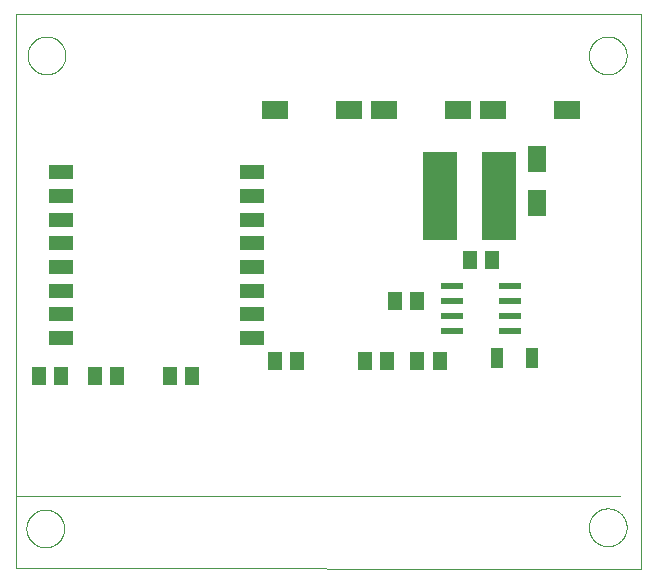
<source format=gtp>
G75*
%MOIN*%
%OFA0B0*%
%FSLAX25Y25*%
%IPPOS*%
%LPD*%
%AMOC8*
5,1,8,0,0,1.08239X$1,22.5*
%
%ADD10C,0.00000*%
%ADD11R,0.05118X0.05906*%
%ADD12R,0.04400X0.07100*%
%ADD13R,0.09055X0.06299*%
%ADD14R,0.06400X0.08600*%
%ADD15R,0.07874X0.04724*%
%ADD16R,0.11800X0.29500*%
%ADD17R,0.07800X0.02200*%
D10*
X0032477Y0001394D02*
X0241020Y0001000D01*
X0241020Y0186079D01*
X0032477Y0186079D01*
X0032477Y0001394D01*
X0036060Y0014543D02*
X0036062Y0014701D01*
X0036068Y0014859D01*
X0036078Y0015017D01*
X0036092Y0015175D01*
X0036110Y0015332D01*
X0036131Y0015489D01*
X0036157Y0015645D01*
X0036187Y0015801D01*
X0036220Y0015956D01*
X0036258Y0016109D01*
X0036299Y0016262D01*
X0036344Y0016414D01*
X0036393Y0016565D01*
X0036446Y0016714D01*
X0036502Y0016862D01*
X0036562Y0017008D01*
X0036626Y0017153D01*
X0036694Y0017296D01*
X0036765Y0017438D01*
X0036839Y0017578D01*
X0036917Y0017715D01*
X0036999Y0017851D01*
X0037083Y0017985D01*
X0037172Y0018116D01*
X0037263Y0018245D01*
X0037358Y0018372D01*
X0037455Y0018497D01*
X0037556Y0018619D01*
X0037660Y0018738D01*
X0037767Y0018855D01*
X0037877Y0018969D01*
X0037990Y0019080D01*
X0038105Y0019189D01*
X0038223Y0019294D01*
X0038344Y0019396D01*
X0038467Y0019496D01*
X0038593Y0019592D01*
X0038721Y0019685D01*
X0038851Y0019775D01*
X0038984Y0019861D01*
X0039119Y0019945D01*
X0039255Y0020024D01*
X0039394Y0020101D01*
X0039535Y0020173D01*
X0039677Y0020243D01*
X0039821Y0020308D01*
X0039967Y0020370D01*
X0040114Y0020428D01*
X0040263Y0020483D01*
X0040413Y0020534D01*
X0040564Y0020581D01*
X0040716Y0020624D01*
X0040869Y0020663D01*
X0041024Y0020699D01*
X0041179Y0020730D01*
X0041335Y0020758D01*
X0041491Y0020782D01*
X0041648Y0020802D01*
X0041806Y0020818D01*
X0041963Y0020830D01*
X0042122Y0020838D01*
X0042280Y0020842D01*
X0042438Y0020842D01*
X0042596Y0020838D01*
X0042755Y0020830D01*
X0042912Y0020818D01*
X0043070Y0020802D01*
X0043227Y0020782D01*
X0043383Y0020758D01*
X0043539Y0020730D01*
X0043694Y0020699D01*
X0043849Y0020663D01*
X0044002Y0020624D01*
X0044154Y0020581D01*
X0044305Y0020534D01*
X0044455Y0020483D01*
X0044604Y0020428D01*
X0044751Y0020370D01*
X0044897Y0020308D01*
X0045041Y0020243D01*
X0045183Y0020173D01*
X0045324Y0020101D01*
X0045463Y0020024D01*
X0045599Y0019945D01*
X0045734Y0019861D01*
X0045867Y0019775D01*
X0045997Y0019685D01*
X0046125Y0019592D01*
X0046251Y0019496D01*
X0046374Y0019396D01*
X0046495Y0019294D01*
X0046613Y0019189D01*
X0046728Y0019080D01*
X0046841Y0018969D01*
X0046951Y0018855D01*
X0047058Y0018738D01*
X0047162Y0018619D01*
X0047263Y0018497D01*
X0047360Y0018372D01*
X0047455Y0018245D01*
X0047546Y0018116D01*
X0047635Y0017985D01*
X0047719Y0017851D01*
X0047801Y0017715D01*
X0047879Y0017578D01*
X0047953Y0017438D01*
X0048024Y0017296D01*
X0048092Y0017153D01*
X0048156Y0017008D01*
X0048216Y0016862D01*
X0048272Y0016714D01*
X0048325Y0016565D01*
X0048374Y0016414D01*
X0048419Y0016262D01*
X0048460Y0016109D01*
X0048498Y0015956D01*
X0048531Y0015801D01*
X0048561Y0015645D01*
X0048587Y0015489D01*
X0048608Y0015332D01*
X0048626Y0015175D01*
X0048640Y0015017D01*
X0048650Y0014859D01*
X0048656Y0014701D01*
X0048658Y0014543D01*
X0048656Y0014385D01*
X0048650Y0014227D01*
X0048640Y0014069D01*
X0048626Y0013911D01*
X0048608Y0013754D01*
X0048587Y0013597D01*
X0048561Y0013441D01*
X0048531Y0013285D01*
X0048498Y0013130D01*
X0048460Y0012977D01*
X0048419Y0012824D01*
X0048374Y0012672D01*
X0048325Y0012521D01*
X0048272Y0012372D01*
X0048216Y0012224D01*
X0048156Y0012078D01*
X0048092Y0011933D01*
X0048024Y0011790D01*
X0047953Y0011648D01*
X0047879Y0011508D01*
X0047801Y0011371D01*
X0047719Y0011235D01*
X0047635Y0011101D01*
X0047546Y0010970D01*
X0047455Y0010841D01*
X0047360Y0010714D01*
X0047263Y0010589D01*
X0047162Y0010467D01*
X0047058Y0010348D01*
X0046951Y0010231D01*
X0046841Y0010117D01*
X0046728Y0010006D01*
X0046613Y0009897D01*
X0046495Y0009792D01*
X0046374Y0009690D01*
X0046251Y0009590D01*
X0046125Y0009494D01*
X0045997Y0009401D01*
X0045867Y0009311D01*
X0045734Y0009225D01*
X0045599Y0009141D01*
X0045463Y0009062D01*
X0045324Y0008985D01*
X0045183Y0008913D01*
X0045041Y0008843D01*
X0044897Y0008778D01*
X0044751Y0008716D01*
X0044604Y0008658D01*
X0044455Y0008603D01*
X0044305Y0008552D01*
X0044154Y0008505D01*
X0044002Y0008462D01*
X0043849Y0008423D01*
X0043694Y0008387D01*
X0043539Y0008356D01*
X0043383Y0008328D01*
X0043227Y0008304D01*
X0043070Y0008284D01*
X0042912Y0008268D01*
X0042755Y0008256D01*
X0042596Y0008248D01*
X0042438Y0008244D01*
X0042280Y0008244D01*
X0042122Y0008248D01*
X0041963Y0008256D01*
X0041806Y0008268D01*
X0041648Y0008284D01*
X0041491Y0008304D01*
X0041335Y0008328D01*
X0041179Y0008356D01*
X0041024Y0008387D01*
X0040869Y0008423D01*
X0040716Y0008462D01*
X0040564Y0008505D01*
X0040413Y0008552D01*
X0040263Y0008603D01*
X0040114Y0008658D01*
X0039967Y0008716D01*
X0039821Y0008778D01*
X0039677Y0008843D01*
X0039535Y0008913D01*
X0039394Y0008985D01*
X0039255Y0009062D01*
X0039119Y0009141D01*
X0038984Y0009225D01*
X0038851Y0009311D01*
X0038721Y0009401D01*
X0038593Y0009494D01*
X0038467Y0009590D01*
X0038344Y0009690D01*
X0038223Y0009792D01*
X0038105Y0009897D01*
X0037990Y0010006D01*
X0037877Y0010117D01*
X0037767Y0010231D01*
X0037660Y0010348D01*
X0037556Y0010467D01*
X0037455Y0010589D01*
X0037358Y0010714D01*
X0037263Y0010841D01*
X0037172Y0010970D01*
X0037083Y0011101D01*
X0036999Y0011235D01*
X0036917Y0011371D01*
X0036839Y0011508D01*
X0036765Y0011648D01*
X0036694Y0011790D01*
X0036626Y0011933D01*
X0036562Y0012078D01*
X0036502Y0012224D01*
X0036446Y0012372D01*
X0036393Y0012521D01*
X0036344Y0012672D01*
X0036299Y0012824D01*
X0036258Y0012977D01*
X0036220Y0013130D01*
X0036187Y0013285D01*
X0036157Y0013441D01*
X0036131Y0013597D01*
X0036110Y0013754D01*
X0036092Y0013911D01*
X0036078Y0014069D01*
X0036068Y0014227D01*
X0036062Y0014385D01*
X0036060Y0014543D01*
X0032595Y0025242D02*
X0233796Y0025242D01*
X0223540Y0014937D02*
X0223542Y0015095D01*
X0223548Y0015253D01*
X0223558Y0015411D01*
X0223572Y0015569D01*
X0223590Y0015726D01*
X0223611Y0015883D01*
X0223637Y0016039D01*
X0223667Y0016195D01*
X0223700Y0016350D01*
X0223738Y0016503D01*
X0223779Y0016656D01*
X0223824Y0016808D01*
X0223873Y0016959D01*
X0223926Y0017108D01*
X0223982Y0017256D01*
X0224042Y0017402D01*
X0224106Y0017547D01*
X0224174Y0017690D01*
X0224245Y0017832D01*
X0224319Y0017972D01*
X0224397Y0018109D01*
X0224479Y0018245D01*
X0224563Y0018379D01*
X0224652Y0018510D01*
X0224743Y0018639D01*
X0224838Y0018766D01*
X0224935Y0018891D01*
X0225036Y0019013D01*
X0225140Y0019132D01*
X0225247Y0019249D01*
X0225357Y0019363D01*
X0225470Y0019474D01*
X0225585Y0019583D01*
X0225703Y0019688D01*
X0225824Y0019790D01*
X0225947Y0019890D01*
X0226073Y0019986D01*
X0226201Y0020079D01*
X0226331Y0020169D01*
X0226464Y0020255D01*
X0226599Y0020339D01*
X0226735Y0020418D01*
X0226874Y0020495D01*
X0227015Y0020567D01*
X0227157Y0020637D01*
X0227301Y0020702D01*
X0227447Y0020764D01*
X0227594Y0020822D01*
X0227743Y0020877D01*
X0227893Y0020928D01*
X0228044Y0020975D01*
X0228196Y0021018D01*
X0228349Y0021057D01*
X0228504Y0021093D01*
X0228659Y0021124D01*
X0228815Y0021152D01*
X0228971Y0021176D01*
X0229128Y0021196D01*
X0229286Y0021212D01*
X0229443Y0021224D01*
X0229602Y0021232D01*
X0229760Y0021236D01*
X0229918Y0021236D01*
X0230076Y0021232D01*
X0230235Y0021224D01*
X0230392Y0021212D01*
X0230550Y0021196D01*
X0230707Y0021176D01*
X0230863Y0021152D01*
X0231019Y0021124D01*
X0231174Y0021093D01*
X0231329Y0021057D01*
X0231482Y0021018D01*
X0231634Y0020975D01*
X0231785Y0020928D01*
X0231935Y0020877D01*
X0232084Y0020822D01*
X0232231Y0020764D01*
X0232377Y0020702D01*
X0232521Y0020637D01*
X0232663Y0020567D01*
X0232804Y0020495D01*
X0232943Y0020418D01*
X0233079Y0020339D01*
X0233214Y0020255D01*
X0233347Y0020169D01*
X0233477Y0020079D01*
X0233605Y0019986D01*
X0233731Y0019890D01*
X0233854Y0019790D01*
X0233975Y0019688D01*
X0234093Y0019583D01*
X0234208Y0019474D01*
X0234321Y0019363D01*
X0234431Y0019249D01*
X0234538Y0019132D01*
X0234642Y0019013D01*
X0234743Y0018891D01*
X0234840Y0018766D01*
X0234935Y0018639D01*
X0235026Y0018510D01*
X0235115Y0018379D01*
X0235199Y0018245D01*
X0235281Y0018109D01*
X0235359Y0017972D01*
X0235433Y0017832D01*
X0235504Y0017690D01*
X0235572Y0017547D01*
X0235636Y0017402D01*
X0235696Y0017256D01*
X0235752Y0017108D01*
X0235805Y0016959D01*
X0235854Y0016808D01*
X0235899Y0016656D01*
X0235940Y0016503D01*
X0235978Y0016350D01*
X0236011Y0016195D01*
X0236041Y0016039D01*
X0236067Y0015883D01*
X0236088Y0015726D01*
X0236106Y0015569D01*
X0236120Y0015411D01*
X0236130Y0015253D01*
X0236136Y0015095D01*
X0236138Y0014937D01*
X0236136Y0014779D01*
X0236130Y0014621D01*
X0236120Y0014463D01*
X0236106Y0014305D01*
X0236088Y0014148D01*
X0236067Y0013991D01*
X0236041Y0013835D01*
X0236011Y0013679D01*
X0235978Y0013524D01*
X0235940Y0013371D01*
X0235899Y0013218D01*
X0235854Y0013066D01*
X0235805Y0012915D01*
X0235752Y0012766D01*
X0235696Y0012618D01*
X0235636Y0012472D01*
X0235572Y0012327D01*
X0235504Y0012184D01*
X0235433Y0012042D01*
X0235359Y0011902D01*
X0235281Y0011765D01*
X0235199Y0011629D01*
X0235115Y0011495D01*
X0235026Y0011364D01*
X0234935Y0011235D01*
X0234840Y0011108D01*
X0234743Y0010983D01*
X0234642Y0010861D01*
X0234538Y0010742D01*
X0234431Y0010625D01*
X0234321Y0010511D01*
X0234208Y0010400D01*
X0234093Y0010291D01*
X0233975Y0010186D01*
X0233854Y0010084D01*
X0233731Y0009984D01*
X0233605Y0009888D01*
X0233477Y0009795D01*
X0233347Y0009705D01*
X0233214Y0009619D01*
X0233079Y0009535D01*
X0232943Y0009456D01*
X0232804Y0009379D01*
X0232663Y0009307D01*
X0232521Y0009237D01*
X0232377Y0009172D01*
X0232231Y0009110D01*
X0232084Y0009052D01*
X0231935Y0008997D01*
X0231785Y0008946D01*
X0231634Y0008899D01*
X0231482Y0008856D01*
X0231329Y0008817D01*
X0231174Y0008781D01*
X0231019Y0008750D01*
X0230863Y0008722D01*
X0230707Y0008698D01*
X0230550Y0008678D01*
X0230392Y0008662D01*
X0230235Y0008650D01*
X0230076Y0008642D01*
X0229918Y0008638D01*
X0229760Y0008638D01*
X0229602Y0008642D01*
X0229443Y0008650D01*
X0229286Y0008662D01*
X0229128Y0008678D01*
X0228971Y0008698D01*
X0228815Y0008722D01*
X0228659Y0008750D01*
X0228504Y0008781D01*
X0228349Y0008817D01*
X0228196Y0008856D01*
X0228044Y0008899D01*
X0227893Y0008946D01*
X0227743Y0008997D01*
X0227594Y0009052D01*
X0227447Y0009110D01*
X0227301Y0009172D01*
X0227157Y0009237D01*
X0227015Y0009307D01*
X0226874Y0009379D01*
X0226735Y0009456D01*
X0226599Y0009535D01*
X0226464Y0009619D01*
X0226331Y0009705D01*
X0226201Y0009795D01*
X0226073Y0009888D01*
X0225947Y0009984D01*
X0225824Y0010084D01*
X0225703Y0010186D01*
X0225585Y0010291D01*
X0225470Y0010400D01*
X0225357Y0010511D01*
X0225247Y0010625D01*
X0225140Y0010742D01*
X0225036Y0010861D01*
X0224935Y0010983D01*
X0224838Y0011108D01*
X0224743Y0011235D01*
X0224652Y0011364D01*
X0224563Y0011495D01*
X0224479Y0011629D01*
X0224397Y0011765D01*
X0224319Y0011902D01*
X0224245Y0012042D01*
X0224174Y0012184D01*
X0224106Y0012327D01*
X0224042Y0012472D01*
X0223982Y0012618D01*
X0223926Y0012766D01*
X0223873Y0012915D01*
X0223824Y0013066D01*
X0223779Y0013218D01*
X0223738Y0013371D01*
X0223700Y0013524D01*
X0223667Y0013679D01*
X0223637Y0013835D01*
X0223611Y0013991D01*
X0223590Y0014148D01*
X0223572Y0014305D01*
X0223558Y0014463D01*
X0223548Y0014621D01*
X0223542Y0014779D01*
X0223540Y0014937D01*
X0223540Y0172220D02*
X0223542Y0172378D01*
X0223548Y0172536D01*
X0223558Y0172694D01*
X0223572Y0172852D01*
X0223590Y0173009D01*
X0223611Y0173166D01*
X0223637Y0173322D01*
X0223667Y0173478D01*
X0223700Y0173633D01*
X0223738Y0173786D01*
X0223779Y0173939D01*
X0223824Y0174091D01*
X0223873Y0174242D01*
X0223926Y0174391D01*
X0223982Y0174539D01*
X0224042Y0174685D01*
X0224106Y0174830D01*
X0224174Y0174973D01*
X0224245Y0175115D01*
X0224319Y0175255D01*
X0224397Y0175392D01*
X0224479Y0175528D01*
X0224563Y0175662D01*
X0224652Y0175793D01*
X0224743Y0175922D01*
X0224838Y0176049D01*
X0224935Y0176174D01*
X0225036Y0176296D01*
X0225140Y0176415D01*
X0225247Y0176532D01*
X0225357Y0176646D01*
X0225470Y0176757D01*
X0225585Y0176866D01*
X0225703Y0176971D01*
X0225824Y0177073D01*
X0225947Y0177173D01*
X0226073Y0177269D01*
X0226201Y0177362D01*
X0226331Y0177452D01*
X0226464Y0177538D01*
X0226599Y0177622D01*
X0226735Y0177701D01*
X0226874Y0177778D01*
X0227015Y0177850D01*
X0227157Y0177920D01*
X0227301Y0177985D01*
X0227447Y0178047D01*
X0227594Y0178105D01*
X0227743Y0178160D01*
X0227893Y0178211D01*
X0228044Y0178258D01*
X0228196Y0178301D01*
X0228349Y0178340D01*
X0228504Y0178376D01*
X0228659Y0178407D01*
X0228815Y0178435D01*
X0228971Y0178459D01*
X0229128Y0178479D01*
X0229286Y0178495D01*
X0229443Y0178507D01*
X0229602Y0178515D01*
X0229760Y0178519D01*
X0229918Y0178519D01*
X0230076Y0178515D01*
X0230235Y0178507D01*
X0230392Y0178495D01*
X0230550Y0178479D01*
X0230707Y0178459D01*
X0230863Y0178435D01*
X0231019Y0178407D01*
X0231174Y0178376D01*
X0231329Y0178340D01*
X0231482Y0178301D01*
X0231634Y0178258D01*
X0231785Y0178211D01*
X0231935Y0178160D01*
X0232084Y0178105D01*
X0232231Y0178047D01*
X0232377Y0177985D01*
X0232521Y0177920D01*
X0232663Y0177850D01*
X0232804Y0177778D01*
X0232943Y0177701D01*
X0233079Y0177622D01*
X0233214Y0177538D01*
X0233347Y0177452D01*
X0233477Y0177362D01*
X0233605Y0177269D01*
X0233731Y0177173D01*
X0233854Y0177073D01*
X0233975Y0176971D01*
X0234093Y0176866D01*
X0234208Y0176757D01*
X0234321Y0176646D01*
X0234431Y0176532D01*
X0234538Y0176415D01*
X0234642Y0176296D01*
X0234743Y0176174D01*
X0234840Y0176049D01*
X0234935Y0175922D01*
X0235026Y0175793D01*
X0235115Y0175662D01*
X0235199Y0175528D01*
X0235281Y0175392D01*
X0235359Y0175255D01*
X0235433Y0175115D01*
X0235504Y0174973D01*
X0235572Y0174830D01*
X0235636Y0174685D01*
X0235696Y0174539D01*
X0235752Y0174391D01*
X0235805Y0174242D01*
X0235854Y0174091D01*
X0235899Y0173939D01*
X0235940Y0173786D01*
X0235978Y0173633D01*
X0236011Y0173478D01*
X0236041Y0173322D01*
X0236067Y0173166D01*
X0236088Y0173009D01*
X0236106Y0172852D01*
X0236120Y0172694D01*
X0236130Y0172536D01*
X0236136Y0172378D01*
X0236138Y0172220D01*
X0236136Y0172062D01*
X0236130Y0171904D01*
X0236120Y0171746D01*
X0236106Y0171588D01*
X0236088Y0171431D01*
X0236067Y0171274D01*
X0236041Y0171118D01*
X0236011Y0170962D01*
X0235978Y0170807D01*
X0235940Y0170654D01*
X0235899Y0170501D01*
X0235854Y0170349D01*
X0235805Y0170198D01*
X0235752Y0170049D01*
X0235696Y0169901D01*
X0235636Y0169755D01*
X0235572Y0169610D01*
X0235504Y0169467D01*
X0235433Y0169325D01*
X0235359Y0169185D01*
X0235281Y0169048D01*
X0235199Y0168912D01*
X0235115Y0168778D01*
X0235026Y0168647D01*
X0234935Y0168518D01*
X0234840Y0168391D01*
X0234743Y0168266D01*
X0234642Y0168144D01*
X0234538Y0168025D01*
X0234431Y0167908D01*
X0234321Y0167794D01*
X0234208Y0167683D01*
X0234093Y0167574D01*
X0233975Y0167469D01*
X0233854Y0167367D01*
X0233731Y0167267D01*
X0233605Y0167171D01*
X0233477Y0167078D01*
X0233347Y0166988D01*
X0233214Y0166902D01*
X0233079Y0166818D01*
X0232943Y0166739D01*
X0232804Y0166662D01*
X0232663Y0166590D01*
X0232521Y0166520D01*
X0232377Y0166455D01*
X0232231Y0166393D01*
X0232084Y0166335D01*
X0231935Y0166280D01*
X0231785Y0166229D01*
X0231634Y0166182D01*
X0231482Y0166139D01*
X0231329Y0166100D01*
X0231174Y0166064D01*
X0231019Y0166033D01*
X0230863Y0166005D01*
X0230707Y0165981D01*
X0230550Y0165961D01*
X0230392Y0165945D01*
X0230235Y0165933D01*
X0230076Y0165925D01*
X0229918Y0165921D01*
X0229760Y0165921D01*
X0229602Y0165925D01*
X0229443Y0165933D01*
X0229286Y0165945D01*
X0229128Y0165961D01*
X0228971Y0165981D01*
X0228815Y0166005D01*
X0228659Y0166033D01*
X0228504Y0166064D01*
X0228349Y0166100D01*
X0228196Y0166139D01*
X0228044Y0166182D01*
X0227893Y0166229D01*
X0227743Y0166280D01*
X0227594Y0166335D01*
X0227447Y0166393D01*
X0227301Y0166455D01*
X0227157Y0166520D01*
X0227015Y0166590D01*
X0226874Y0166662D01*
X0226735Y0166739D01*
X0226599Y0166818D01*
X0226464Y0166902D01*
X0226331Y0166988D01*
X0226201Y0167078D01*
X0226073Y0167171D01*
X0225947Y0167267D01*
X0225824Y0167367D01*
X0225703Y0167469D01*
X0225585Y0167574D01*
X0225470Y0167683D01*
X0225357Y0167794D01*
X0225247Y0167908D01*
X0225140Y0168025D01*
X0225036Y0168144D01*
X0224935Y0168266D01*
X0224838Y0168391D01*
X0224743Y0168518D01*
X0224652Y0168647D01*
X0224563Y0168778D01*
X0224479Y0168912D01*
X0224397Y0169048D01*
X0224319Y0169185D01*
X0224245Y0169325D01*
X0224174Y0169467D01*
X0224106Y0169610D01*
X0224042Y0169755D01*
X0223982Y0169901D01*
X0223926Y0170049D01*
X0223873Y0170198D01*
X0223824Y0170349D01*
X0223779Y0170501D01*
X0223738Y0170654D01*
X0223700Y0170807D01*
X0223667Y0170962D01*
X0223637Y0171118D01*
X0223611Y0171274D01*
X0223590Y0171431D01*
X0223572Y0171588D01*
X0223558Y0171746D01*
X0223548Y0171904D01*
X0223542Y0172062D01*
X0223540Y0172220D01*
X0036454Y0172220D02*
X0036456Y0172378D01*
X0036462Y0172536D01*
X0036472Y0172694D01*
X0036486Y0172852D01*
X0036504Y0173009D01*
X0036525Y0173166D01*
X0036551Y0173322D01*
X0036581Y0173478D01*
X0036614Y0173633D01*
X0036652Y0173786D01*
X0036693Y0173939D01*
X0036738Y0174091D01*
X0036787Y0174242D01*
X0036840Y0174391D01*
X0036896Y0174539D01*
X0036956Y0174685D01*
X0037020Y0174830D01*
X0037088Y0174973D01*
X0037159Y0175115D01*
X0037233Y0175255D01*
X0037311Y0175392D01*
X0037393Y0175528D01*
X0037477Y0175662D01*
X0037566Y0175793D01*
X0037657Y0175922D01*
X0037752Y0176049D01*
X0037849Y0176174D01*
X0037950Y0176296D01*
X0038054Y0176415D01*
X0038161Y0176532D01*
X0038271Y0176646D01*
X0038384Y0176757D01*
X0038499Y0176866D01*
X0038617Y0176971D01*
X0038738Y0177073D01*
X0038861Y0177173D01*
X0038987Y0177269D01*
X0039115Y0177362D01*
X0039245Y0177452D01*
X0039378Y0177538D01*
X0039513Y0177622D01*
X0039649Y0177701D01*
X0039788Y0177778D01*
X0039929Y0177850D01*
X0040071Y0177920D01*
X0040215Y0177985D01*
X0040361Y0178047D01*
X0040508Y0178105D01*
X0040657Y0178160D01*
X0040807Y0178211D01*
X0040958Y0178258D01*
X0041110Y0178301D01*
X0041263Y0178340D01*
X0041418Y0178376D01*
X0041573Y0178407D01*
X0041729Y0178435D01*
X0041885Y0178459D01*
X0042042Y0178479D01*
X0042200Y0178495D01*
X0042357Y0178507D01*
X0042516Y0178515D01*
X0042674Y0178519D01*
X0042832Y0178519D01*
X0042990Y0178515D01*
X0043149Y0178507D01*
X0043306Y0178495D01*
X0043464Y0178479D01*
X0043621Y0178459D01*
X0043777Y0178435D01*
X0043933Y0178407D01*
X0044088Y0178376D01*
X0044243Y0178340D01*
X0044396Y0178301D01*
X0044548Y0178258D01*
X0044699Y0178211D01*
X0044849Y0178160D01*
X0044998Y0178105D01*
X0045145Y0178047D01*
X0045291Y0177985D01*
X0045435Y0177920D01*
X0045577Y0177850D01*
X0045718Y0177778D01*
X0045857Y0177701D01*
X0045993Y0177622D01*
X0046128Y0177538D01*
X0046261Y0177452D01*
X0046391Y0177362D01*
X0046519Y0177269D01*
X0046645Y0177173D01*
X0046768Y0177073D01*
X0046889Y0176971D01*
X0047007Y0176866D01*
X0047122Y0176757D01*
X0047235Y0176646D01*
X0047345Y0176532D01*
X0047452Y0176415D01*
X0047556Y0176296D01*
X0047657Y0176174D01*
X0047754Y0176049D01*
X0047849Y0175922D01*
X0047940Y0175793D01*
X0048029Y0175662D01*
X0048113Y0175528D01*
X0048195Y0175392D01*
X0048273Y0175255D01*
X0048347Y0175115D01*
X0048418Y0174973D01*
X0048486Y0174830D01*
X0048550Y0174685D01*
X0048610Y0174539D01*
X0048666Y0174391D01*
X0048719Y0174242D01*
X0048768Y0174091D01*
X0048813Y0173939D01*
X0048854Y0173786D01*
X0048892Y0173633D01*
X0048925Y0173478D01*
X0048955Y0173322D01*
X0048981Y0173166D01*
X0049002Y0173009D01*
X0049020Y0172852D01*
X0049034Y0172694D01*
X0049044Y0172536D01*
X0049050Y0172378D01*
X0049052Y0172220D01*
X0049050Y0172062D01*
X0049044Y0171904D01*
X0049034Y0171746D01*
X0049020Y0171588D01*
X0049002Y0171431D01*
X0048981Y0171274D01*
X0048955Y0171118D01*
X0048925Y0170962D01*
X0048892Y0170807D01*
X0048854Y0170654D01*
X0048813Y0170501D01*
X0048768Y0170349D01*
X0048719Y0170198D01*
X0048666Y0170049D01*
X0048610Y0169901D01*
X0048550Y0169755D01*
X0048486Y0169610D01*
X0048418Y0169467D01*
X0048347Y0169325D01*
X0048273Y0169185D01*
X0048195Y0169048D01*
X0048113Y0168912D01*
X0048029Y0168778D01*
X0047940Y0168647D01*
X0047849Y0168518D01*
X0047754Y0168391D01*
X0047657Y0168266D01*
X0047556Y0168144D01*
X0047452Y0168025D01*
X0047345Y0167908D01*
X0047235Y0167794D01*
X0047122Y0167683D01*
X0047007Y0167574D01*
X0046889Y0167469D01*
X0046768Y0167367D01*
X0046645Y0167267D01*
X0046519Y0167171D01*
X0046391Y0167078D01*
X0046261Y0166988D01*
X0046128Y0166902D01*
X0045993Y0166818D01*
X0045857Y0166739D01*
X0045718Y0166662D01*
X0045577Y0166590D01*
X0045435Y0166520D01*
X0045291Y0166455D01*
X0045145Y0166393D01*
X0044998Y0166335D01*
X0044849Y0166280D01*
X0044699Y0166229D01*
X0044548Y0166182D01*
X0044396Y0166139D01*
X0044243Y0166100D01*
X0044088Y0166064D01*
X0043933Y0166033D01*
X0043777Y0166005D01*
X0043621Y0165981D01*
X0043464Y0165961D01*
X0043306Y0165945D01*
X0043149Y0165933D01*
X0042990Y0165925D01*
X0042832Y0165921D01*
X0042674Y0165921D01*
X0042516Y0165925D01*
X0042357Y0165933D01*
X0042200Y0165945D01*
X0042042Y0165961D01*
X0041885Y0165981D01*
X0041729Y0166005D01*
X0041573Y0166033D01*
X0041418Y0166064D01*
X0041263Y0166100D01*
X0041110Y0166139D01*
X0040958Y0166182D01*
X0040807Y0166229D01*
X0040657Y0166280D01*
X0040508Y0166335D01*
X0040361Y0166393D01*
X0040215Y0166455D01*
X0040071Y0166520D01*
X0039929Y0166590D01*
X0039788Y0166662D01*
X0039649Y0166739D01*
X0039513Y0166818D01*
X0039378Y0166902D01*
X0039245Y0166988D01*
X0039115Y0167078D01*
X0038987Y0167171D01*
X0038861Y0167267D01*
X0038738Y0167367D01*
X0038617Y0167469D01*
X0038499Y0167574D01*
X0038384Y0167683D01*
X0038271Y0167794D01*
X0038161Y0167908D01*
X0038054Y0168025D01*
X0037950Y0168144D01*
X0037849Y0168266D01*
X0037752Y0168391D01*
X0037657Y0168518D01*
X0037566Y0168647D01*
X0037477Y0168778D01*
X0037393Y0168912D01*
X0037311Y0169048D01*
X0037233Y0169185D01*
X0037159Y0169325D01*
X0037088Y0169467D01*
X0037020Y0169610D01*
X0036956Y0169755D01*
X0036896Y0169901D01*
X0036840Y0170049D01*
X0036787Y0170198D01*
X0036738Y0170349D01*
X0036693Y0170501D01*
X0036652Y0170654D01*
X0036614Y0170807D01*
X0036581Y0170962D01*
X0036551Y0171118D01*
X0036525Y0171274D01*
X0036504Y0171431D01*
X0036486Y0171588D01*
X0036472Y0171746D01*
X0036462Y0171904D01*
X0036456Y0172062D01*
X0036454Y0172220D01*
D11*
X0158855Y0090242D03*
X0166335Y0090242D03*
X0183855Y0103992D03*
X0191335Y0103992D03*
X0173835Y0070242D03*
X0166355Y0070242D03*
X0156335Y0070242D03*
X0148855Y0070242D03*
X0126335Y0070242D03*
X0118855Y0070242D03*
X0091335Y0065242D03*
X0083855Y0065242D03*
X0066335Y0065242D03*
X0058855Y0065242D03*
X0047585Y0065242D03*
X0040105Y0065242D03*
D12*
X0192945Y0071492D03*
X0204745Y0071492D03*
D13*
X0216247Y0153992D03*
X0191444Y0153992D03*
X0179997Y0153992D03*
X0155194Y0153992D03*
X0143747Y0153992D03*
X0118944Y0153992D03*
D14*
X0206345Y0137542D03*
X0206345Y0122942D03*
D15*
X0111375Y0125360D03*
X0111375Y0133234D03*
X0111375Y0117486D03*
X0111375Y0109612D03*
X0111375Y0101738D03*
X0111375Y0093864D03*
X0111375Y0085990D03*
X0111375Y0078116D03*
X0047595Y0078116D03*
X0047595Y0085990D03*
X0047595Y0093864D03*
X0047595Y0101738D03*
X0047595Y0109612D03*
X0047595Y0117486D03*
X0047595Y0125360D03*
X0047595Y0133234D03*
D16*
X0173995Y0125242D03*
X0193695Y0125242D03*
D17*
X0197295Y0095242D03*
X0197295Y0090242D03*
X0197295Y0085242D03*
X0197295Y0080242D03*
X0177895Y0080242D03*
X0177895Y0085242D03*
X0177895Y0090242D03*
X0177895Y0095242D03*
M02*

</source>
